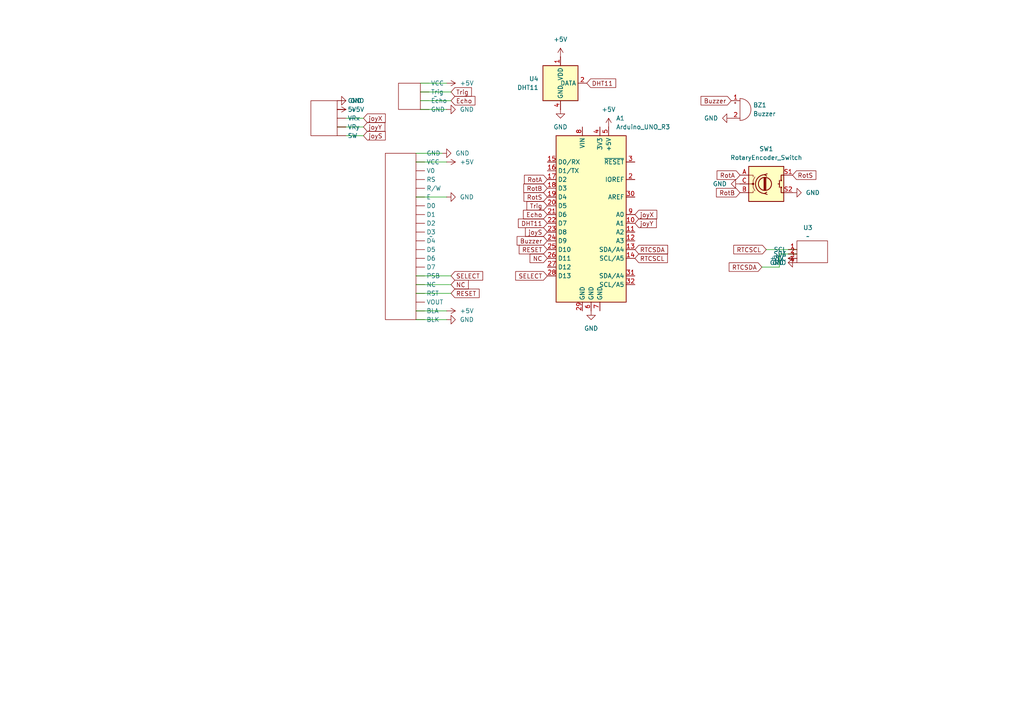
<source format=kicad_sch>
(kicad_sch (version 20250114) (generator "eeschema") (generator_version "9.0")
  (paper "A4")
  (lib_symbols
    (symbol "Device:Buzzer" (pin_names (offset 0.0254) (hide yes))
      (property "Reference" "BZ" (at 3.81 1.27 0))
      (property "Value" "Buzzer" (at 3.81 -1.27 0))
      (symbol "Buzzer_0_1"
        (polyline (pts (xy -1.651 1.905) (xy -1.143 1.905)))
        (polyline (pts (xy -1.397 2.159) (xy -1.397 1.651)))
        (arc (start 0 3.175) (mid 3.1612 0) (end 0 -3.175))
        (polyline (pts (xy 0 3.175) (xy 0 -3.175)))
      )
      (symbol "Buzzer_1_1"
        (pin passive line (at -2.54 2.54 0) (length 2.54) (name "+") (number "1"))
        (pin passive line (at -2.54 -2.54 0) (length 2.54) (name "-") (number "2"))
      )
    )
    (symbol "Device:RotaryEncoder_Switch" (pin_names (offset 0.254) (hide yes))
      (property "Reference" "SW" (at 0 6.604 0))
      (property "Value" "RotaryEncoder_Switch" (at 0 -6.604 0))
      (symbol "RotaryEncoder_Switch_0_1"
        (rectangle (start -5.08 5.08) (end 5.08 -5.08) (stroke (width 0.254)) (fill (type background)))
        (polyline (pts (xy -5.08 2.54) (xy -3.81 2.54) (xy -3.81 2.032)))
        (polyline (pts (xy -5.08 0) (xy -3.81 0) (xy -3.81 -1.016) (xy -3.302 -2.032)))
        (polyline (pts (xy -5.08 -2.54) (xy -3.81 -2.54) (xy -3.81 -2.032)))
        (polyline (pts (xy -4.318 0) (xy -3.81 0) (xy -3.81 1.016) (xy -3.302 2.032)))
        (circle (center -3.81 0) (radius 0.254) (fill (type outline)))
        (polyline (pts (xy -0.635 -1.778) (xy -0.635 1.778)) (stroke (width 0.254)))
        (circle (center -0.381 0) (radius 1.905) (stroke (width 0.254)))
        (polyline (pts (xy -0.381 -1.778) (xy -0.381 1.778)) (stroke (width 0.254)))
        (arc (start -0.381 -2.794) (mid -3.0988 -0.0635) (end -0.381 2.667) (stroke (width 0.254)))
        (polyline (pts (xy -0.127 1.778) (xy -0.127 -1.778)) (stroke (width 0.254)))
        (polyline (pts (xy 0.254 2.921) (xy -0.508 2.667) (xy 0.127 2.286)) (stroke (width 0.254)))
        (polyline (pts (xy 0.254 -3.048) (xy -0.508 -2.794) (xy 0.127 -2.413)) (stroke (width 0.254)))
        (polyline (pts (xy 3.81 1.016) (xy 3.81 -1.016)) (stroke (width 0.254)))
        (polyline (pts (xy 3.81 0) (xy 3.429 0)) (stroke (width 0.254)))
        (circle (center 4.318 1.016) (radius 0.127) (stroke (width 0.254)))
        (circle (center 4.318 -1.016) (radius 0.127) (stroke (width 0.254)))
        (polyline (pts (xy 5.08 2.54) (xy 4.318 2.54) (xy 4.318 1.016)) (stroke (width 0.254)))
        (polyline (pts (xy 5.08 -2.54) (xy 4.318 -2.54) (xy 4.318 -1.016)) (stroke (width 0.254)))
      )
      (symbol "RotaryEncoder_Switch_1_1"
        (pin passive line (at -7.62 2.54 0) (length 2.54) (name "A") (number "A"))
        (pin passive line (at -7.62 0 0) (length 2.54) (name "C") (number "C"))
        (pin passive line (at -7.62 -2.54 0) (length 2.54) (name "B") (number "B"))
        (pin passive line (at 7.62 2.54 180) (length 2.54) (name "S1") (number "S1"))
        (pin passive line (at 7.62 -2.54 180) (length 2.54) (name "S2") (number "S2"))
      )
    )
    (symbol "Joystick:Joystick"
      (symbol "Joystick_0_1"
        (rectangle (start 0 -10.16) (end -7.62 0))
      )
      (symbol "Joystick_1_1"
        (pin input line (at 0 0 0) (length 2.54) (name "GND") (number ""))
        (pin input line (at 0 -2.54 0) (length 2.54) (name "5V") (number ""))
        (pin input line (at 0 -5.08 0) (length 2.54) (name "VRx") (number ""))
        (pin input line (at 0 -7.62 0) (length 2.54) (name "VRy") (number ""))
        (pin input line (at 0 -10.16 0) (length 2.54) (name "SW") (number ""))
      )
    )
    (symbol "LCD:128x64_LCD"
      (symbol "128x64_LCD_0_1"
        (rectangle (start 0 0) (end -8.89 -48.26))
      )
      (symbol "128x64_LCD_1_1"
        (pin input line (at 0 0 0) (length 2.54) (name "GND") (number ""))
        (pin input line (at 0 -2.54 0) (length 2.54) (name "VCC") (number ""))
        (pin input line (at 0 -5.08 0) (length 2.54) (name "V0") (number ""))
        (pin input line (at 0 -7.62 0) (length 2.54) (name "RS") (number ""))
        (pin input line (at 0 -10.16 0) (length 2.54) (name "R/W") (number ""))
        (pin input line (at 0 -12.7 0) (length 2.54) (name "E") (number ""))
        (pin input line (at 0 -15.24 0) (length 2.54) (name "D0") (number ""))
        (pin input line (at 0 -17.78 0) (length 2.54) (name "D1") (number ""))
        (pin input line (at 0 -20.32 0) (length 2.54) (name "D2") (number ""))
        (pin input line (at 0 -22.86 0) (length 2.54) (name "D3") (number ""))
        (pin input line (at 0 -25.4 0) (length 2.54) (name "D4") (number ""))
        (pin input line (at 0 -27.94 0) (length 2.54) (name "D5") (number ""))
        (pin input line (at 0 -30.48 0) (length 2.54) (name "D6") (number ""))
        (pin input line (at 0 -33.02 0) (length 2.54) (name "D7") (number ""))
        (pin input line (at 0 -35.56 0) (length 2.54) (name "PSB") (number ""))
        (pin input line (at 0 -38.1 0) (length 2.54) (name "NC") (number ""))
        (pin input line (at 0 -40.64 0) (length 2.54) (name "RST") (number ""))
        (pin input line (at 0 -43.18 0) (length 2.54) (name "VOUT") (number ""))
        (pin input line (at 0 -45.72 0) (length 2.54) (name "BLA") (number ""))
        (pin input line (at 0 -48.26 0) (length 2.54) (name "BLK") (number ""))
      )
    )
    (symbol "MCU_Module:Arduino_UNO_R3"
      (property "Reference" "A" (at -10.16 23.495 0))
      (property "Value" "Arduino_UNO_R3" (at 5.08 -26.67 0))
      (symbol "Arduino_UNO_R3_0_1"
        (rectangle (start -10.16 22.86) (end 10.16 -25.4) (stroke (width 0.254)) (fill (type background)))
      )
      (symbol "Arduino_UNO_R3_1_1"
        (pin bidirectional line (at -12.7 15.24 0) (length 2.54) (name "D0/RX") (number "15"))
        (pin bidirectional line (at -12.7 12.7 0) (length 2.54) (name "D1/TX") (number "16"))
        (pin bidirectional line (at -12.7 10.16 0) (length 2.54) (name "D2") (number "17"))
        (pin bidirectional line (at -12.7 7.62 0) (length 2.54) (name "D3") (number "18"))
        (pin bidirectional line (at -12.7 5.08 0) (length 2.54) (name "D4") (number "19"))
        (pin bidirectional line (at -12.7 2.54 0) (length 2.54) (name "D5") (number "20"))
        (pin bidirectional line (at -12.7 0 0) (length 2.54) (name "D6") (number "21"))
        (pin bidirectional line (at -12.7 -2.54 0) (length 2.54) (name "D7") (number "22"))
        (pin bidirectional line (at -12.7 -5.08 0) (length 2.54) (name "D8") (number "23"))
        (pin bidirectional line (at -12.7 -7.62 0) (length 2.54) (name "D9") (number "24"))
        (pin bidirectional line (at -12.7 -10.16 0) (length 2.54) (name "D10") (number "25"))
        (pin bidirectional line (at -12.7 -12.7 0) (length 2.54) (name "D11") (number "26"))
        (pin bidirectional line (at -12.7 -15.24 0) (length 2.54) (name "D12") (number "27"))
        (pin bidirectional line (at -12.7 -17.78 0) (length 2.54) (name "D13") (number "28"))
        (pin no_connect line (at -10.16 -20.32 0) (length 2.54) (hide yes) (name "NC") (number "1"))
        (pin power_in line (at -2.54 25.4 270) (length 2.54) (name "VIN") (number "8"))
        (pin power_in line (at -2.54 -27.94 90) (length 2.54) (name "GND") (number "29"))
        (pin power_in line (at 0 -27.94 90) (length 2.54) (name "GND") (number "6"))
        (pin power_out line (at 2.54 25.4 270) (length 2.54) (name "3V3") (number "4"))
        (pin power_in line (at 2.54 -27.94 90) (length 2.54) (name "GND") (number "7"))
        (pin power_out line (at 5.08 25.4 270) (length 2.54) (name "+5V") (number "5"))
        (pin input line (at 12.7 15.24 180) (length 2.54) (name "~{RESET}") (number "3"))
        (pin output line (at 12.7 10.16 180) (length 2.54) (name "IOREF") (number "2"))
        (pin input line (at 12.7 5.08 180) (length 2.54) (name "AREF") (number "30"))
        (pin bidirectional line (at 12.7 0 180) (length 2.54) (name "A0") (number "9"))
        (pin bidirectional line (at 12.7 -2.54 180) (length 2.54) (name "A1") (number "10"))
        (pin bidirectional line (at 12.7 -5.08 180) (length 2.54) (name "A2") (number "11"))
        (pin bidirectional line (at 12.7 -7.62 180) (length 2.54) (name "A3") (number "12"))
        (pin bidirectional line (at 12.7 -10.16 180) (length 2.54) (name "SDA/A4") (number "13"))
        (pin bidirectional line (at 12.7 -12.7 180) (length 2.54) (name "SCL/A5") (number "14"))
        (pin bidirectional line (at 12.7 -17.78 180) (length 2.54) (name "SDA/A4") (number "31"))
        (pin bidirectional line (at 12.7 -20.32 180) (length 2.54) (name "SCL/A5") (number "32"))
      )
    )
    (symbol "RTC:RTC_DS3231"
      (property "Reference" "U" (at 0 0 0))
      (symbol "RTC_DS3231_0_1"
        (rectangle (start 0 0) (end -8.89 6.35))
      )
      (symbol "RTC_DS3231_1_1"
        (pin input line (at 0 6.35 0) (length 2.54) (name "GND") (number "4"))
        (pin input line (at 0 5.08 0) (length 2.54) (name "VCC") (number "3"))
        (pin input line (at 0 3.81 0) (length 2.54) (name "SDA") (number "2"))
        (pin input line (at 0 2.54 0) (length 2.54) (name "SCL") (number "1"))
      )
    )
    (symbol "Sensor:DHT11"
      (property "Reference" "U" (at -3.81 6.35 0))
      (property "Value" "DHT11" (at 3.81 6.35 0))
      (symbol "DHT11_0_1"
        (rectangle (start -5.08 5.08) (end 5.08 -5.08) (stroke (width 0.254)) (fill (type background)))
      )
      (symbol "DHT11_1_1"
        (pin no_connect line (at -5.08 0 0) (length 2.54) (hide yes) (name "NC") (number "3"))
        (pin power_in line (at 0 7.62 270) (length 2.54) (name "VDD") (number "1"))
        (pin power_in line (at 0 -7.62 90) (length 2.54) (name "GND") (number "4"))
        (pin bidirectional line (at 7.62 0 180) (length 2.54) (name "DATA") (number "2"))
      )
    )
    (symbol "power:+5V" (power) (pin_numbers (hide yes)) (pin_names (offset 0) (hide yes))
      (property "Value" "+5V" (at 0 3.556 0))
      (symbol "+5V_0_1"
        (polyline (pts (xy -0.762 1.27) (xy 0 2.54)))
        (polyline (pts (xy 0 2.54) (xy 0.762 1.27)))
        (polyline (pts (xy 0 0) (xy 0 2.54)))
      )
      (symbol "+5V_1_1"
        (pin power_in line (at 0 0 90) (length 0) (name "~") (number "1"))
      )
    )
    (symbol "power:GND" (power) (pin_numbers (hide yes)) (pin_names (offset 0) (hide yes))
      (property "Value" "GND" (at 0 -3.81 0))
      (symbol "GND_0_1"
        (polyline (pts (xy 0 0) (xy 0 -1.27) (xy 1.27 -1.27) (xy 0 -2.54) (xy -1.27 -1.27) (xy 0 -1.27)))
      )
      (symbol "GND_1_1"
        (pin power_in line (at 0 0 270) (length 0) (name "~") (number "1"))
      )
    )
    (symbol "ultrasound:ultrasound"
      (symbol "ultrasound_0_1"
        (rectangle (start 0 -7.62) (end -6.35 0))
      )
      (symbol "ultrasound_1_1"
        (pin input line (at 0 0 0) (length 2.54) (name "VCC") (number ""))
        (pin input line (at 0 -2.54 0) (length 2.54) (name "Trig") (number ""))
        (pin input line (at 0 -5.08 0) (length 2.54) (name "Echo") (number ""))
        (pin input line (at 0 -7.62 0) (length 2.54) (name "GND") (number ""))
      )
    )
  )
  (wire (pts (xy 97.79 36.83) (xy 105.41 36.83)))
  (wire (pts (xy 97.79 34.29) (xy 105.41 34.29)))
  (wire (pts (xy 97.79 39.37) (xy 105.41 39.37)))
  (wire (pts (xy 120.65 44.45) (xy 128.27 44.45)))
  (wire (pts (xy 121.92 26.67) (xy 130.81 26.67)))
  (wire (pts (xy 120.65 82.55) (xy 130.81 82.55)))
  (wire (pts (xy 226.06 77.47) (xy 226.06 73.66)))
  (wire (pts (xy 120.65 90.17) (xy 129.54 90.17)))
  (wire (pts (xy 220.98 77.47) (xy 226.06 77.47)))
  (wire (pts (xy 121.92 29.21) (xy 130.81 29.21)))
  (wire (pts (xy 222.25 72.39) (xy 231.14 72.39)))
  (wire (pts (xy 120.65 46.99) (xy 129.54 46.99)))
  (wire (pts (xy 120.65 92.71) (xy 129.54 92.71)))
  (wire (pts (xy 121.92 31.75) (xy 129.54 31.75)))
  (wire (pts (xy 226.06 73.66) (xy 231.14 73.66)))
  (wire (pts (xy 120.65 80.01) (xy 130.81 80.01)))
  (wire (pts (xy 121.92 24.13) (xy 129.54 24.13)))
  (wire (pts (xy 120.65 85.09) (xy 130.81 85.09)))
  (wire (pts (xy 120.65 57.15) (xy 129.54 57.15)))
  (global_label "joyS" (shape input) (at 105.41 39.37 0) (property "Intersheetrefs" "${INTERSHEET_REFS}" (effects (hide yes))))
  (global_label "joyX" (shape input) (at 105.41 34.29 0) (property "Intersheetrefs" "${INTERSHEET_REFS}" (effects (hide yes))))
  (global_label "RotB" (shape input) (at 214.63 55.88 180) (property "Intersheetrefs" "${INTERSHEET_REFS}" (effects (hide yes))))
  (global_label "Echo" (shape input) (at 158.75 62.23 180) (property "Intersheetrefs" "${INTERSHEET_REFS}" (effects (hide yes))))
  (global_label "RotA" (shape input) (at 214.63 50.8 180) (property "Intersheetrefs" "${INTERSHEET_REFS}" (effects (hide yes))))
  (global_label "SELECT" (shape input) (at 130.81 80.01 0) (property "Intersheetrefs" "${INTERSHEET_REFS}" (effects (hide yes))))
  (global_label "RotS" (shape input) (at 229.87 50.8 0) (property "Intersheetrefs" "${INTERSHEET_REFS}" (effects (hide yes))))
  (global_label "Echo" (shape input) (at 130.81 29.21 0) (property "Intersheetrefs" "${INTERSHEET_REFS}" (effects (hide yes))))
  (global_label "Trig" (shape input) (at 158.75 59.69 180) (property "Intersheetrefs" "${INTERSHEET_REFS}" (effects (hide yes))))
  (global_label "DHT11" (shape input) (at 170.18 24.13 0) (property "Intersheetrefs" "${INTERSHEET_REFS}" (effects (hide yes))))
  (global_label "RotB" (shape input) (at 158.75 54.61 180) (property "Intersheetrefs" "${INTERSHEET_REFS}" (effects (hide yes))))
  (global_label "RTCSDA" (shape input) (at 220.98 77.47 180) (property "Intersheetrefs" "${INTERSHEET_REFS}" (effects (hide yes))))
  (global_label "NC" (shape input) (at 130.81 82.55 0) (property "Intersheetrefs" "${INTERSHEET_REFS}" (effects (hide yes))))
  (global_label "RESET" (shape input) (at 158.75 72.39 180) (property "Intersheetrefs" "${INTERSHEET_REFS}" (effects (hide yes))))
  (global_label "RotA" (shape input) (at 158.75 52.07 180) (property "Intersheetrefs" "${INTERSHEET_REFS}" (effects (hide yes))))
  (global_label "RTCSCL" (shape input) (at 184.15 74.93 0) (property "Intersheetrefs" "${INTERSHEET_REFS}" (effects (hide yes))))
  (global_label "RESET" (shape input) (at 130.81 85.09 0) (property "Intersheetrefs" "${INTERSHEET_REFS}" (effects (hide yes))))
  (global_label "NC" (shape input) (at 158.75 74.93 180) (property "Intersheetrefs" "${INTERSHEET_REFS}" (effects (hide yes))))
  (global_label "joyY" (shape input) (at 184.15 64.77 0) (property "Intersheetrefs" "${INTERSHEET_REFS}" (effects (hide yes))))
  (global_label "RTCSCL" (shape input) (at 222.25 72.39 180) (property "Intersheetrefs" "${INTERSHEET_REFS}" (effects (hide yes))))
  (global_label "Buzzer" (shape input) (at 212.09 29.21 180) (property "Intersheetrefs" "${INTERSHEET_REFS}" (effects (hide yes))))
  (global_label "joyS" (shape input) (at 158.75 67.31 180) (property "Intersheetrefs" "${INTERSHEET_REFS}" (effects (hide yes))))
  (global_label "SELECT" (shape input) (at 158.75 80.01 180) (property "Intersheetrefs" "${INTERSHEET_REFS}" (effects (hide yes))))
  (global_label "Trig" (shape input) (at 130.81 26.67 0) (property "Intersheetrefs" "${INTERSHEET_REFS}" (effects (hide yes))))
  (global_label "RotS" (shape input) (at 158.75 57.15 180) (property "Intersheetrefs" "${INTERSHEET_REFS}" (effects (hide yes))))
  (global_label "joyX" (shape input) (at 184.15 62.23 0) (property "Intersheetrefs" "${INTERSHEET_REFS}" (effects (hide yes))))
  (global_label "RTCSDA" (shape input) (at 184.15 72.39 0) (property "Intersheetrefs" "${INTERSHEET_REFS}" (effects (hide yes))))
  (global_label "joyY" (shape input) (at 105.41 36.83 0) (property "Intersheetrefs" "${INTERSHEET_REFS}" (effects (hide yes))))
  (global_label "Buzzer" (shape input) (at 158.75 69.85 180) (property "Intersheetrefs" "${INTERSHEET_REFS}" (effects (hide yes))))
  (global_label "DHT11" (shape input) (at 158.75 64.77 180) (property "Intersheetrefs" "${INTERSHEET_REFS}" (effects (hide yes))))
  (symbol (lib_id "Joystick:Joystick") (at 97.79 29.21 0) (unit 1)
    (property "Reference" "U5" (effects (hide yes)))
    (property "Value" "~" (at 101.6 34.29 0) (effects (justify left)))
  )
  (symbol (lib_id "power:GND") (at 162.56 31.75 0) (unit 1)
    (property "Reference" "#PWR016" (effects (hide yes)))
    (property "Value" "GND" (at 162.56 36.83 0))
    (property "Description" "Power symbol creates a global label with name \"GND\" , ground" (effects (hide yes)))
  )
  (symbol (lib_id "power:+5V") (at 129.54 24.13 270) (unit 1)
    (property "Reference" "#PWR05" (effects (hide yes)))
    (property "Value" "+5V" (at 133.35 24.1299 90) (effects (justify left)))
    (property "Description" "Power symbol creates a global label with name \"+5V\"" (effects (hide yes)))
  )
  (symbol (lib_id "power:+5V") (at 231.14 74.93 90) (unit 1)
    (property "Reference" "#PWR013" (effects (hide yes)))
    (property "Value" "+5V" (at 227.33 74.9299 90) (effects (justify left)))
    (property "Description" "Power symbol creates a global label with name \"+5V\"" (effects (hide yes)))
  )
  (symbol (lib_id "LCD:128x64_LCD") (at 120.65 44.45 0) (unit 1)
    (property "Reference" "U1" (effects (hide yes)))
    (property "Value" "~" (at 124.46 68.58 0) (effects (justify left)))
  )
  (symbol (lib_id "Device:RotaryEncoder_Switch") (at 222.25 53.34 0) (unit 1)
    (property "Reference" "SW1" (at 222.25 43.18 0))
    (property "Value" "RotaryEncoder_Switch" (at 222.25 45.72 0))
    (property "Description" "Rotary encoder, dual channel, incremental quadrate outputs, with switch" (effects (hide yes)))
  )
  (symbol (lib_id "power:GND") (at 214.63 53.34 270) (unit 1)
    (property "Reference" "#PWR010" (effects (hide yes)))
    (property "Value" "GND" (at 210.82 53.3399 90) (effects (justify right)))
    (property "Description" "Power symbol creates a global label with name \"GND\" , ground" (effects (hide yes)))
  )
  (symbol (lib_id "power:+5V") (at 176.53 36.83 0) (unit 1)
    (property "Reference" "#PWR06" (effects (hide yes)))
    (property "Value" "+5V" (at 176.53 31.75 0))
    (property "Description" "Power symbol creates a global label with name \"+5V\"" (effects (hide yes)))
  )
  (symbol (lib_id "Sensor:DHT11") (at 162.56 24.13 0) (unit 1)
    (property "Reference" "U4" (at 156.21 22.8599 0) (effects (justify right)))
    (property "Value" "DHT11" (at 156.21 25.3999 0) (effects (justify right)))
    (property "Footprint" "Sensor:Aosong_DHT11_5.5x12.0_P2.54mm" (effects (hide yes)))
    (property "Datasheet" "http://akizukidenshi.com/download/ds/aosong/DHT11.pdf" (effects (hide yes)))
    (property "Description" "3.3V to 5.5V, temperature and humidity module, DHT11" (effects (hide yes)))
  )
  (symbol (lib_id "power:GND") (at 231.14 76.2 270) (unit 1)
    (property "Reference" "#PWR012" (effects (hide yes)))
    (property "Value" "GND" (at 227.33 76.1999 90) (effects (justify right)))
    (property "Description" "Power symbol creates a global label with name \"GND\" , ground" (effects (hide yes)))
  )
  (symbol (lib_id "RTC:RTC_DS3231") (at 231.14 69.85 180) (unit 1)
    (property "Reference" "U3" (at 234.315 66.04 0))
    (property "Value" "~" (at 234.315 68.58 0))
  )
  (symbol (lib_id "power:GND") (at 129.54 92.71 90) (unit 1)
    (property "Reference" "#PWR08" (effects (hide yes)))
    (property "Value" "GND" (at 133.35 92.7099 90) (effects (justify right)))
    (property "Description" "Power symbol creates a global label with name \"GND\" , ground" (effects (hide yes)))
  )
  (symbol (lib_id "power:GND") (at 128.27 44.45 90) (unit 1)
    (property "Reference" "#PWR03" (effects (hide yes)))
    (property "Value" "GND" (at 132.08 44.4499 90) (effects (justify right)))
    (property "Description" "Power symbol creates a global label with name \"GND\" , ground" (effects (hide yes)))
  )
  (symbol (lib_id "power:+5V") (at 129.54 90.17 270) (unit 1)
    (property "Reference" "#PWR07" (effects (hide yes)))
    (property "Value" "+5V" (at 133.35 90.1699 90) (effects (justify left)))
    (property "Description" "Power symbol creates a global label with name \"+5V\"" (effects (hide yes)))
  )
  (symbol (lib_id "power:GND") (at 212.09 34.29 270) (unit 1)
    (property "Reference" "#PWR014" (effects (hide yes)))
    (property "Value" "GND" (at 208.28 34.2899 90) (effects (justify right)))
    (property "Description" "Power symbol creates a global label with name \"GND\" , ground" (effects (hide yes)))
  )
  (symbol (lib_id "power:GND") (at 97.79 29.21 90) (unit 1)
    (property "Reference" "#PWR017" (effects (hide yes)))
    (property "Value" "GND" (at 101.6 29.2099 90) (effects (justify right)))
    (property "Description" "Power symbol creates a global label with name \"GND\" , ground" (effects (hide yes)))
  )
  (symbol (lib_id "power:+5V") (at 162.56 16.51 0) (unit 1)
    (property "Reference" "#PWR015" (effects (hide yes)))
    (property "Value" "+5V" (at 162.56 11.43 0))
    (property "Description" "Power symbol creates a global label with name \"+5V\"" (effects (hide yes)))
  )
  (symbol (lib_id "power:GND") (at 129.54 57.15 90) (unit 1)
    (property "Reference" "#PWR09" (effects (hide yes)))
    (property "Value" "GND" (at 133.35 57.1499 90) (effects (justify right)))
    (property "Description" "Power symbol creates a global label with name \"GND\" , ground" (effects (hide yes)))
  )
  (symbol (lib_id "power:GND") (at 171.45 90.17 0) (unit 1)
    (property "Reference" "#PWR01" (effects (hide yes)))
    (property "Value" "GND" (at 171.45 95.25 0))
    (property "Description" "Power symbol creates a global label with name \"GND\" , ground" (effects (hide yes)))
  )
  (symbol (lib_id "power:GND") (at 229.87 55.88 90) (unit 1)
    (property "Reference" "#PWR011" (effects (hide yes)))
    (property "Value" "GND" (at 233.68 55.8799 90) (effects (justify right)))
    (property "Description" "Power symbol creates a global label with name \"GND\" , ground" (effects (hide yes)))
  )
  (symbol (lib_id "ultrasound:ultrasound") (at 121.92 24.13 0) (unit 1)
    (property "Reference" "U2" (effects (hide yes)))
    (property "Value" "~" (at 125.73 27.94 0) (effects (justify left)))
  )
  (symbol (lib_id "Device:Buzzer") (at 214.63 31.75 0) (unit 1)
    (property "Reference" "BZ1" (at 218.44 30.4799 0) (effects (justify left)))
    (property "Value" "Buzzer" (at 218.44 33.0199 0) (effects (justify left)))
    (property "Description" "Buzzer, polarized" (effects (hide yes)))
  )
  (symbol (lib_id "MCU_Module:Arduino_UNO_R3") (at 171.45 62.23 0) (unit 1)
    (property "Reference" "A1" (at 178.6733 34.29 0) (effects (justify left)))
    (property "Value" "Arduino_UNO_R3" (at 178.6733 36.83 0) (effects (justify left)))
    (property "Footprint" "Module:Arduino_UNO_R3" (effects (hide yes)))
    (property "Datasheet" "https://www.arduino.cc/en/Main/arduinoBoardUno" (effects (hide yes)))
    (property "Description" "Arduino UNO Microcontroller Module, release 3" (effects (hide yes)))
  )
  (symbol (lib_id "power:+5V") (at 129.54 46.99 270) (unit 1)
    (property "Reference" "#PWR04" (effects (hide yes)))
    (property "Value" "+5V" (at 133.35 46.9899 90) (effects (justify left)))
    (property "Description" "Power symbol creates a global label with name \"+5V\"" (effects (hide yes)))
  )
  (symbol (lib_id "power:GND") (at 129.54 31.75 90) (unit 1)
    (property "Reference" "#PWR02" (effects (hide yes)))
    (property "Value" "GND" (at 133.35 31.7499 90) (effects (justify right)))
    (property "Description" "Power symbol creates a global label with name \"GND\" , ground" (effects (hide yes)))
  )
  (symbol (lib_id "power:+5V") (at 97.79 31.75 270) (unit 1)
    (property "Reference" "#PWR018" (effects (hide yes)))
    (property "Value" "+5V" (at 101.6 31.7499 90) (effects (justify left)))
    (property "Description" "Power symbol creates a global label with name \"+5V\"" (effects (hide yes)))
  )
)
</source>
